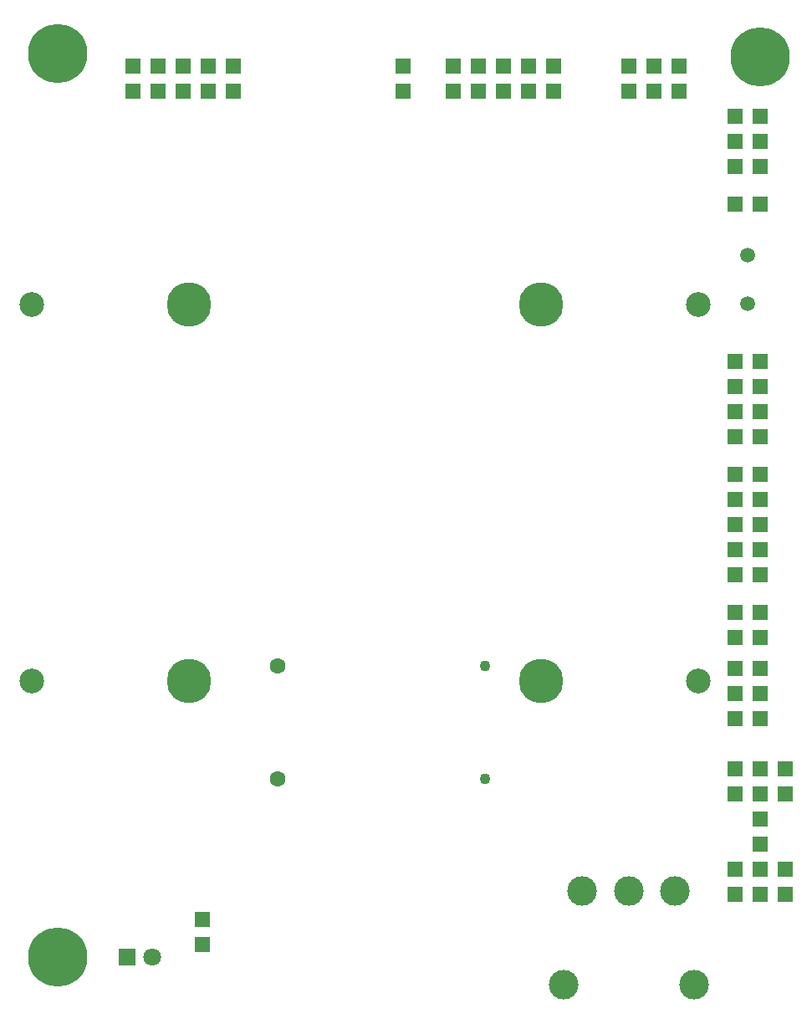
<source format=gbr>
%TF.GenerationSoftware,KiCad,Pcbnew,6.0.10+dfsg-1~bpo11+1*%
%TF.CreationDate,2023-01-10T10:19:01+00:00*%
%TF.ProjectId,DATALOGGER02A,44415441-4c4f-4474-9745-523032412e6b,rev?*%
%TF.SameCoordinates,Original*%
%TF.FileFunction,Soldermask,Top*%
%TF.FilePolarity,Negative*%
%FSLAX46Y46*%
G04 Gerber Fmt 4.6, Leading zero omitted, Abs format (unit mm)*
G04 Created by KiCad (PCBNEW 6.0.10+dfsg-1~bpo11+1) date 2023-01-10 10:19:01*
%MOMM*%
%LPD*%
G01*
G04 APERTURE LIST*
%ADD10R,1.524000X1.524000*%
%ADD11C,4.500000*%
%ADD12C,2.500000*%
%ADD13C,6.000000*%
%ADD14R,1.800000X1.800000*%
%ADD15C,1.800000*%
%ADD16C,1.501140*%
%ADD17C,3.000000*%
%ADD18C,1.600000*%
%ADD19C,1.100000*%
G04 APERTURE END LIST*
D10*
%TO.C,J26*%
X55245000Y92710000D03*
X55245000Y95250000D03*
%TD*%
D11*
%TO.C,BT1*%
X53995000Y71120000D03*
X18395000Y71120000D03*
D12*
X69945000Y71120000D03*
X2445000Y71120000D03*
%TD*%
D10*
%TO.C,J24*%
X50165000Y92710000D03*
X50165000Y95250000D03*
%TD*%
%TO.C,J4*%
X76200000Y46355000D03*
X73660000Y46355000D03*
%TD*%
%TO.C,J22*%
X47625000Y92710000D03*
X47625000Y95250000D03*
%TD*%
%TO.C,J20*%
X73660000Y57785000D03*
X76200000Y57785000D03*
%TD*%
%TO.C,J17*%
X73660000Y65405000D03*
X76200000Y65405000D03*
%TD*%
%TO.C,J19*%
X73660000Y60325000D03*
X76200000Y60325000D03*
%TD*%
%TO.C,J18*%
X73660000Y62865000D03*
X76200000Y62865000D03*
%TD*%
%TO.C,J1*%
X76200000Y43815000D03*
X73660000Y43815000D03*
%TD*%
%TO.C,J2*%
X76200000Y51435000D03*
X73660000Y51435000D03*
%TD*%
%TO.C,J5*%
X76200000Y53975000D03*
X73660000Y53975000D03*
%TD*%
%TO.C,J6*%
X73660000Y21590000D03*
X73660000Y24130000D03*
X76200000Y21590000D03*
X76200000Y24130000D03*
X78740000Y21590000D03*
X78740000Y24130000D03*
%TD*%
%TO.C,J8*%
X76200000Y81280000D03*
X73660000Y81280000D03*
%TD*%
%TO.C,J9*%
X40005000Y92710000D03*
X40005000Y95250000D03*
%TD*%
%TO.C,J10*%
X76200000Y29210000D03*
X73660000Y29210000D03*
X76200000Y31750000D03*
X73660000Y31750000D03*
X76200000Y34290000D03*
X73660000Y34290000D03*
%TD*%
%TO.C,J11*%
X19685000Y8890000D03*
X19685000Y6350000D03*
%TD*%
%TO.C,J21*%
X73660000Y37465000D03*
X76200000Y37465000D03*
%TD*%
%TO.C,J23*%
X45085000Y92710000D03*
X45085000Y95250000D03*
%TD*%
%TO.C,J25*%
X52705000Y92710000D03*
X52705000Y95250000D03*
%TD*%
%TO.C,J27*%
X65405000Y92710000D03*
X65405000Y95250000D03*
%TD*%
%TO.C,J28*%
X67945000Y92710000D03*
X67945000Y95250000D03*
%TD*%
%TO.C,J29*%
X62865000Y92710000D03*
X62865000Y95250000D03*
%TD*%
%TO.C,J30*%
X73660000Y40005000D03*
X76200000Y40005000D03*
%TD*%
%TO.C,J31*%
X76200000Y85090000D03*
X73660000Y85090000D03*
X76200000Y87630000D03*
X73660000Y87630000D03*
X76200000Y90170000D03*
X73660000Y90170000D03*
%TD*%
D13*
%TO.C,M3*%
X5080000Y96520000D03*
%TD*%
%TO.C,M2*%
X5080000Y5080000D03*
%TD*%
%TO.C,M4*%
X76200000Y96200000D03*
%TD*%
D10*
%TO.C,J32*%
X76200000Y16510000D03*
X76200000Y19050000D03*
%TD*%
%TO.C,J33*%
X73660000Y11430000D03*
X73660000Y13970000D03*
X76200000Y11430000D03*
X76200000Y13970000D03*
X78740000Y11430000D03*
X78740000Y13970000D03*
%TD*%
D11*
%TO.C,BT2*%
X18395000Y33020000D03*
X53995000Y33020000D03*
D12*
X69945000Y33020000D03*
X2445000Y33020000D03*
%TD*%
D14*
%TO.C,D3*%
X12065000Y5080000D03*
D15*
X14605000Y5080000D03*
%TD*%
D10*
%TO.C,J3*%
X76200000Y48895000D03*
X73660000Y48895000D03*
%TD*%
D16*
%TO.C,Y1*%
X74930000Y76100940D03*
X74930000Y71219060D03*
%TD*%
D10*
%TO.C,J12*%
X12700000Y92710000D03*
X12700000Y95250000D03*
%TD*%
%TO.C,J16*%
X22860000Y92710000D03*
X22860000Y95250000D03*
%TD*%
%TO.C,J15*%
X20320000Y92710000D03*
X20320000Y95250000D03*
%TD*%
%TO.C,J14*%
X17780000Y92710000D03*
X17780000Y95250000D03*
%TD*%
%TO.C,J13*%
X15240000Y92710000D03*
X15240000Y95250000D03*
%TD*%
D17*
%TO.C,SW1*%
X58165000Y11816000D03*
X62865000Y11816000D03*
X67565000Y11816000D03*
X56260000Y2286000D03*
X69470000Y2286000D03*
%TD*%
D18*
%TO.C,J7*%
X27330000Y34575000D03*
D19*
X48330000Y34575000D03*
%TD*%
D18*
%TO.C,J34*%
X27330000Y23145000D03*
D19*
X48330000Y23145000D03*
%TD*%
M02*

</source>
